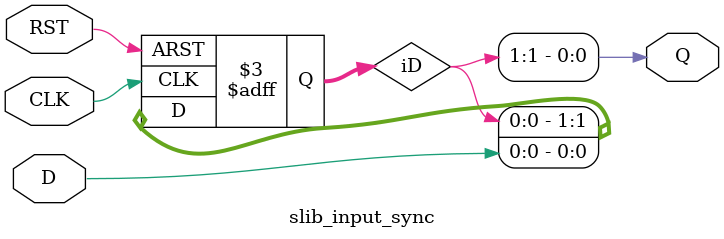
<source format=v>
module slib_input_sync (
	CLK,
	RST,
	D,
	Q
);
	// Trace: corev_apu/fpga/src/apb_uart/src/slib_input_sync.sv:36:2
	input wire CLK;
	// Trace: corev_apu/fpga/src/apb_uart/src/slib_input_sync.sv:37:2
	input wire RST;
	// Trace: corev_apu/fpga/src/apb_uart/src/slib_input_sync.sv:38:2
	input wire D;
	// Trace: corev_apu/fpga/src/apb_uart/src/slib_input_sync.sv:39:2
	output wire Q;
	// Trace: corev_apu/fpga/src/apb_uart/src/slib_input_sync.sv:42:1
	// removed localparam type bool_t
	// Trace: corev_apu/fpga/src/apb_uart/src/slib_input_sync.sv:43:1
	reg [1:0] iD;
	// Trace: corev_apu/fpga/src/apb_uart/src/slib_input_sync.sv:45:1
	always @(posedge CLK or posedge RST)
		// Trace: corev_apu/fpga/src/apb_uart/src/slib_input_sync.sv:47:6
		if (RST == 1'b1)
			// Trace: corev_apu/fpga/src/apb_uart/src/slib_input_sync.sv:50:11
			iD <= 0;
		else begin
			// Trace: corev_apu/fpga/src/apb_uart/src/slib_input_sync.sv:54:11
			iD[0] <= D;
			// Trace: corev_apu/fpga/src/apb_uart/src/slib_input_sync.sv:55:11
			iD[1] <= iD[0];
		end
	// Trace: corev_apu/fpga/src/apb_uart/src/slib_input_sync.sv:59:1
	assign Q = iD[1];
endmodule

</source>
